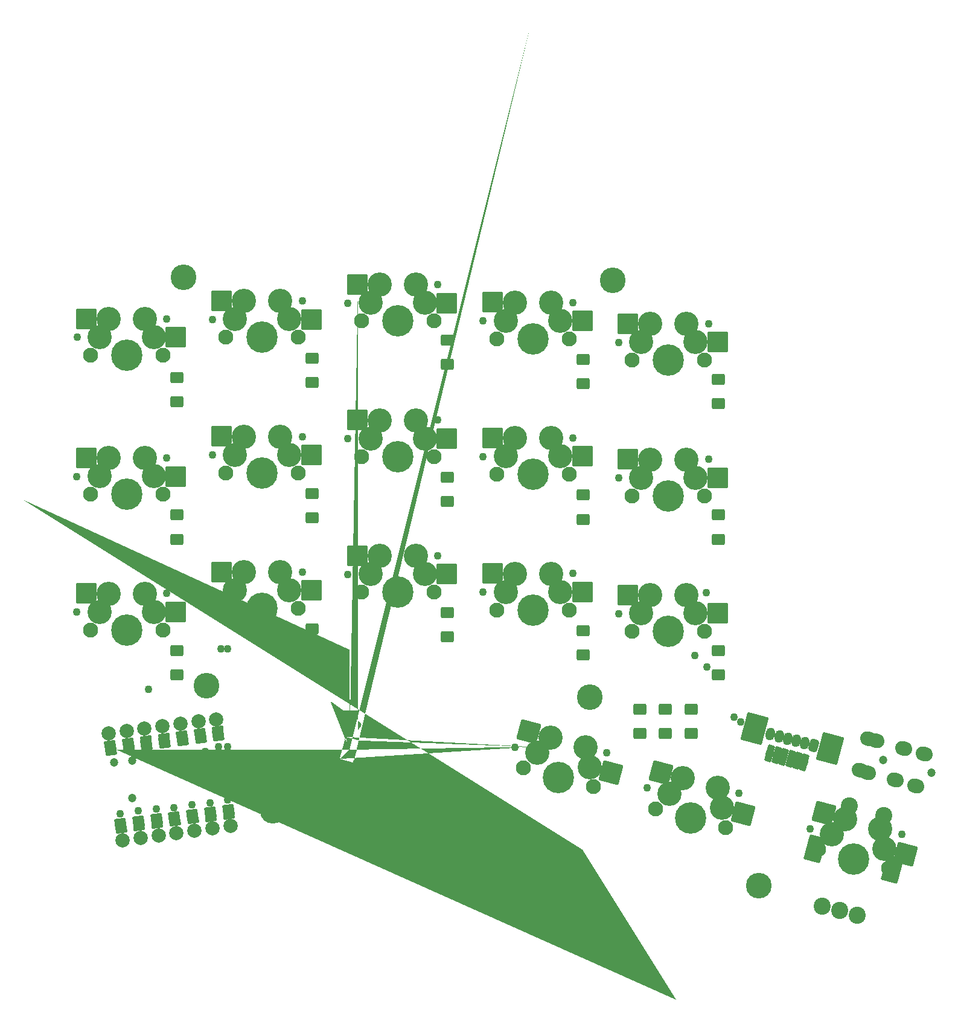
<source format=gts>
G04 #@! TF.GenerationSoftware,KiCad,Pcbnew,7.0.5*
G04 #@! TF.CreationDate,2024-01-08T16:38:30+08:00*
G04 #@! TF.ProjectId,awkb_v2_mx,61776b62-5f76-4325-9f6d-782e6b696361,rev?*
G04 #@! TF.SameCoordinates,Original*
G04 #@! TF.FileFunction,Soldermask,Top*
G04 #@! TF.FilePolarity,Negative*
%FSLAX46Y46*%
G04 Gerber Fmt 4.6, Leading zero omitted, Abs format (unit mm)*
G04 Created by KiCad (PCBNEW 7.0.5) date 2024-01-08 16:38:30*
%MOMM*%
%LPD*%
G01*
G04 APERTURE LIST*
G04 Aperture macros list*
%AMRoundRect*
0 Rectangle with rounded corners*
0 $1 Rounding radius*
0 $2 $3 $4 $5 $6 $7 $8 $9 X,Y pos of 4 corners*
0 Add a 4 corners polygon primitive as box body*
4,1,4,$2,$3,$4,$5,$6,$7,$8,$9,$2,$3,0*
0 Add four circle primitives for the rounded corners*
1,1,$1+$1,$2,$3*
1,1,$1+$1,$4,$5*
1,1,$1+$1,$6,$7*
1,1,$1+$1,$8,$9*
0 Add four rect primitives between the rounded corners*
20,1,$1+$1,$2,$3,$4,$5,0*
20,1,$1+$1,$4,$5,$6,$7,0*
20,1,$1+$1,$6,$7,$8,$9,0*
20,1,$1+$1,$8,$9,$2,$3,0*%
%AMHorizOval*
0 Thick line with rounded ends*
0 $1 width*
0 $2 $3 position (X,Y) of the first rounded end (center of the circle)*
0 $4 $5 position (X,Y) of the second rounded end (center of the circle)*
0 Add line between two ends*
20,1,$1,$2,$3,$4,$5,0*
0 Add two circle primitives to create the rounded ends*
1,1,$1,$2,$3*
1,1,$1,$4,$5*%
%AMFreePoly0*
4,1,37,1.246537,1.440756,1.265589,1.436966,1.337677,1.407108,1.353828,1.396317,1.409017,1.341128,1.419808,1.324977,1.449666,1.252889,1.453456,1.233837,1.457300,1.194816,1.457300,-0.746760,1.437494,-0.833537,1.398722,-0.888181,0.900881,-1.386021,0.825516,-1.433377,0.759460,-1.444600,-1.207516,-1.444600,-1.246537,-1.440756,-1.265589,-1.436966,-1.337677,-1.407108,-1.353828,-1.396317,
-1.409017,-1.341128,-1.419808,-1.324977,-1.449666,-1.252889,-1.453456,-1.233837,-1.457300,-1.194816,-1.457301,1.194816,-1.453456,1.233837,-1.449666,1.252889,-1.419808,1.324977,-1.409017,1.341128,-1.353828,1.396317,-1.337677,1.407108,-1.265589,1.436966,-1.246537,1.440756,-1.207516,1.444600,1.207516,1.444600,1.246537,1.440756,1.246537,1.440756,$1*%
%AMFreePoly1*
4,1,414,-2.663564,6.707050,-2.641221,6.706150,-2.627714,6.704682,-2.557310,6.692154,-2.496946,6.671026,-2.423852,6.631355,-2.413687,6.625023,-2.398814,6.614472,-2.158972,6.440888,-1.894926,6.250226,-1.604825,6.041150,-1.340970,5.851270,-1.340970,5.851269,-0.908659,5.540346,1.016000,5.540345,1.102777,5.520541,1.172366,5.465043,1.210986,5.384850,1.216000,5.340346,1.216000,4.009931,
1.299751,3.950054,1.397604,3.879440,1.472196,3.823385,1.475820,3.820528,1.531511,3.774507,1.538834,3.767818,1.574924,3.731412,1.599100,3.701843,1.617824,3.673864,1.642241,3.623128,1.650707,3.596451,1.659584,3.549979,1.661424,3.523819,1.657476,3.467890,1.643544,3.402871,1.621142,3.344696,1.575521,3.265763,1.570063,3.257327,1.474398,3.124598,1.474399,3.124598,
1.399655,3.020777,1.341070,2.939228,1.295956,2.876188,1.262955,2.829761,1.239581,2.796469,1.228629,2.780518,1.228382,2.778534,1.226098,2.749223,1.223899,2.705055,1.221971,2.645262,1.220353,2.568240,1.219044,2.472608,1.218021,2.356402,1.217250,2.217703,1.216700,2.054330,1.216701,2.054330,1.216336,1.864310,1.216122,1.646064,1.216022,1.397277,1.216000,1.156191,
1.216000,-0.508000,1.196194,-0.594777,1.140698,-0.664366,1.060504,-0.702986,1.016000,-0.708000,-1.300867,-0.708000,-1.317305,-0.721955,-1.374130,-0.762724,-1.456184,-0.797217,-1.462328,-0.798196,-1.521438,-0.806672,-1.610148,-0.799384,-1.618523,-0.796529,-1.683626,-0.772720,-1.726325,-0.750993,-1.765907,-0.724447,-1.770550,-0.721139,-1.786681,-0.708933,-4.832406,-0.708000,-4.919177,-0.688166,
-4.988750,-0.632650,-5.027344,-0.552444,-5.032345,-0.508064,-5.032395,-0.352086,-5.032421,-0.271829,-3.059387,-0.271830,-2.944889,-0.271615,-2.944888,-0.271615,-2.758679,-0.271042,-2.580739,-0.270256,-2.580738,-0.270256,-2.414939,-0.269261,-2.414940,-0.269261,-2.402157,-0.269159,-2.423194,-0.254061,-2.551428,-0.161856,-2.680405,-0.068976,-2.801942,0.018686,-2.907841,0.095225,-2.951636,0.126949,
-3.041522,0.192069,-3.054493,0.201448,-3.054493,-0.250384,-3.059387,-0.271830,-5.032421,-0.271829,-5.033035,1.627051,-5.116088,1.686225,-5.284226,1.806363,-5.425283,1.907915,-5.540186,1.991566,-5.630162,2.058240,-5.695871,2.108467,-5.698372,2.110442,-5.741778,2.145869,-5.747390,2.150809,-5.763238,2.165850,-5.804603,2.221793,-5.831146,2.275116,-5.852084,2.361626,-5.851576,2.378731,
-5.846892,2.443206,-5.827099,2.516549,-5.820642,2.529758,-5.788356,2.595805,-5.784989,2.601633,-4.580894,2.601633,-4.580837,2.458573,-4.580478,2.346570,-4.579555,2.262461,-4.577881,2.203736,-4.577285,2.194667,-4.548415,2.172831,-4.483289,2.124673,-4.404467,2.067194,-4.317291,2.004343,-4.304320,1.995049,-3.789717,1.626690,-3.693155,1.557418,-3.588658,1.482202,-3.493513,1.413516,
-3.493469,1.417579,-3.492215,1.570234,-3.491128,1.743282,-3.490225,1.934674,-3.489527,2.141404,-3.489052,2.361431,-3.488816,2.592405,-3.488794,2.690627,-3.488794,4.145613,-3.780439,4.145613,-3.797838,4.121466,-3.833847,4.071538,-3.884822,4.000919,-3.945645,3.916699,-4.011204,3.825953,-4.061105,3.756906,-4.138874,3.649180,-4.227667,3.525969,-4.318193,3.400180,-4.401743,3.283907,
-4.432523,3.241007,-4.580894,3.034101,-4.580894,2.601633,-5.784989,2.601633,-5.781445,2.607769,-5.775409,2.616730,-5.747746,2.656569,-5.702905,2.720059,-5.642947,2.804351,-5.569964,2.906530,-5.486213,3.023444,-5.393993,3.151881,-5.295612,3.288617,-5.193407,3.430389,-5.157803,3.479711,-5.032345,3.653438,-5.032345,4.562763,-3.478749,4.562763,-3.254493,4.562763,-3.167716,4.542957,
-3.098127,4.487461,-3.059507,4.407267,-3.054493,4.362825,-3.053482,1.095367,-2.755790,0.881825,-2.538863,0.726188,-2.348318,0.589414,-2.182662,0.470425,-2.040390,0.368136,-1.919993,0.281460,-1.830611,0.216986,-1.818379,1.744532,-1.390887,1.744532,-1.390887,0.872621,-1.390687,0.684777,-1.390113,0.507776,-1.389488,0.395984,-1.362208,0.434001,-1.282405,0.545014,-1.202983,0.655306,
-1.126858,0.760817,-1.056931,0.857505,-0.996121,0.941303,-0.964901,0.984151,-0.913707,1.054538,-0.851488,1.140514,-0.788030,1.228536,-0.750017,1.281458,-0.468879,1.673602,-0.418955,1.742967,-0.420240,1.742985,-0.587428,1.744095,-0.788602,1.744526,-0.788601,1.744526,-0.819150,1.744532,-1.390887,1.744532,-1.818379,1.744532,-1.816764,1.946135,-1.816608,1.965721,-1.796105,2.052336,
-1.740054,2.121479,-1.659553,2.159454,-1.617377,2.164117,-0.111097,2.169868,0.138817,2.516086,0.227450,2.638853,0.320064,2.767098,0.411852,2.894166,0.498011,3.013410,0.573742,3.118189,0.634535,3.202258,0.779387,3.402484,0.778132,3.427196,0.736528,3.458396,0.663454,3.512361,0.580098,3.572686,0.503228,3.627241,0.499236,3.630032,0.490935,3.635826,-0.332040,3.040808,
-0.491563,2.925814,-0.643339,2.817068,-0.784955,2.716258,-0.914136,2.624974,-1.028637,2.544784,-1.126312,2.477194,-1.205320,2.423507,-1.263590,2.385237,-1.267202,2.382973,-1.300050,2.363349,-1.335772,2.346546,-1.341637,2.344468,-1.430043,2.334129,-1.514180,2.363173,-1.549349,2.390986,-1.568831,2.410314,-1.575615,2.417759,-1.612287,2.462315,-1.614024,2.464486,-1.661873,2.526034,
-1.719812,2.602912,-1.784355,2.690558,-1.813064,2.730129,-1.897224,2.846653,-1.992502,2.978597,-2.090826,3.114777,-2.184002,3.243845,-2.251013,3.336686,-2.319043,3.430882,-2.402203,3.545922,-2.402202,3.545922,-2.495312,3.674648,-2.495313,3.674648,-2.593439,3.810237,-2.593438,3.810237,-2.691394,3.945522,-2.790634,4.082500,-2.879547,4.205244,-2.970969,4.331572,-3.060519,4.455420,
-3.143837,4.570758,-3.216578,4.671573,-3.274379,4.751822,-3.283113,4.763969,-3.308252,4.798680,-3.309485,4.796953,-3.367768,4.715859,-3.427376,4.633472,-3.478749,4.562763,-5.032345,4.562763,-5.032345,5.088893,-4.580894,5.088894,-4.580894,4.835834,-4.580509,4.692777,-4.579279,4.581848,-4.578828,4.564933,-4.530979,4.564588,-4.453634,4.565158,-4.384004,4.566788,-4.373602,4.567285,
-4.372294,4.568938,-4.320581,4.638596,-4.253334,4.732398,-4.221007,4.778279,-4.190391,4.821521,-4.144475,4.885859,-4.088149,4.964468,-4.026093,5.050817,-3.998998,5.088421,-4.071032,5.088758,-4.179382,5.088875,-2.969943,5.088875,-2.904744,4.998038,-2.807937,4.863599,-2.691454,4.702178,-2.555289,4.513770,-2.555289,4.513770,-2.399346,4.298241,-2.399346,4.298240,-2.223932,4.056015,
-2.191157,4.010778,-2.057824,3.826715,-1.942489,3.667405,-1.843008,3.529873,-1.757234,3.411137,-1.683021,3.308215,-1.618222,3.218130,-1.560700,3.137912,-1.508322,3.064603,-1.458972,2.995262,-1.414225,2.932165,-1.359497,2.855894,-1.355693,2.850744,-1.307082,2.885041,-1.205315,2.957385,-1.088324,3.041002,-0.958198,3.134408,-0.818136,3.235324,-0.818137,3.235325,-0.691009,3.327222,
-0.540362,3.436266,-0.395328,3.541212,-0.258867,3.639921,-0.133822,3.730337,-0.023033,3.810409,0.070663,3.878086,0.112494,3.908272,0.101072,3.916610,0.054852,3.950351,-0.046932,4.023566,-0.165523,4.108922,-0.291229,4.199442,-0.413710,4.287679,-0.507292,4.355131,-0.507291,4.355131,-0.608845,4.428321,-0.608843,4.428321,-0.729816,4.515456,-0.729816,4.515456,-0.861943,4.610589,
-0.996814,4.707660,-1.126055,4.800645,-1.193145,4.848896,-1.193144,4.848896,-1.526707,5.088757,-2.969943,5.088875,-4.179382,5.088875,-4.196977,5.088894,-4.580894,5.088894,-5.032345,5.088893,-5.032345,5.340346,-5.012538,5.427123,-4.957043,5.496712,-4.876849,5.535332,-4.832345,5.540346,-3.672979,5.540346,-3.671844,5.541921,-2.774877,5.541921,-2.654613,5.541104,-2.503084,5.540526,
-2.354041,5.540346,-2.192679,5.540502,-2.154401,5.540618,-2.179528,5.558770,-2.410073,5.725327,-2.472505,5.770435,-2.549554,5.824927,-2.563214,5.834142,-2.593747,5.792542,-2.653498,5.710414,-2.716249,5.623563,-2.774877,5.541921,-3.671844,5.541921,-3.451646,5.847456,-3.331591,6.014124,-3.229883,6.155310,-3.144709,6.273254,-3.074211,6.370242,-3.016438,6.448685,-2.969891,6.510352,
-2.968577,6.512055,-2.931280,6.559320,-2.928782,6.562361,-2.897756,6.598645,-2.892800,6.604029,-2.864383,6.632720,-2.854177,6.641712,-2.832303,6.658487,-2.792701,6.682153,-2.779068,6.688291,-2.724859,6.703967,-2.712337,6.705731,-2.677032,6.707549,-2.663564,6.707050,-2.663564,6.707050,$1*%
%AMFreePoly2*
4,1,22,0.106406,0.569345,0.141421,0.541421,0.741421,-0.058579,0.788777,-0.133944,0.800000,-0.200000,0.800000,-0.400000,0.780193,-0.486777,0.724698,-0.556366,0.644504,-0.594986,0.600000,-0.600000,-0.600000,-0.600000,-0.686777,-0.580194,-0.756366,-0.524698,-0.794986,-0.444504,-0.800000,-0.400000,-0.800000,-0.200000,-0.780194,-0.113223,-0.741421,-0.058579,-0.141421,0.541421,-0.066056,0.588777,
0.022393,0.598742,0.106406,0.569345,0.106406,0.569345,$1*%
%AMFreePoly3*
4,1,26,0.686777,0.430194,0.756366,0.374698,0.794986,0.294504,0.800000,0.250000,0.800000,-1.000000,0.780194,-1.086777,0.724698,-1.156366,0.644504,-1.194986,0.555496,-1.194986,0.475302,-1.156366,0.458579,-1.141421,0.000000,-0.682842,-0.458579,-1.141421,-0.533944,-1.188778,-0.622393,-1.198742,-0.706406,-1.169345,-0.769345,-1.106406,-0.798742,-1.022393,-0.800000,-1.000000,-0.800000,0.250000,
-0.780194,0.336777,-0.724699,0.406366,-0.644505,0.444986,-0.600000,0.450000,0.600000,0.450000,0.686777,0.430194,0.686777,0.430194,$1*%
G04 Aperture macros list end*
%ADD10C,0.100000*%
%ADD11RoundRect,0.200000X0.700000X-0.600000X0.700000X0.600000X-0.700000X0.600000X-0.700000X-0.600000X0*%
%ADD12RoundRect,0.200000X-0.700000X0.600000X-0.700000X-0.600000X0.700000X-0.600000X0.700000X0.600000X0*%
%ADD13C,3.600000*%
%ADD14C,2.100000*%
%ADD15C,3.400000*%
%ADD16C,4.400000*%
%ADD17FreePoly0,345.000000*%
%ADD18RoundRect,0.200000X-1.524314X-0.880063X0.880063X-1.524314X1.524314X0.880063X-0.880063X1.524314X0*%
%ADD19FreePoly0,0.000000*%
%ADD20RoundRect,0.200000X-1.244597X-1.244597X1.244597X-1.244597X1.244597X1.244597X-1.244597X1.244597X0*%
%ADD21RoundRect,0.200000X0.553426X0.886986X-0.035788X1.044866X-0.553426X-0.886986X0.035788X-1.044866X0*%
%ADD22RoundRect,0.200000X1.760215X1.391849X-0.828466X2.085484X-1.760215X-1.391849X0.828466X-2.085484X0*%
%ADD23FreePoly1,35.000000*%
%ADD24C,1.200000*%
%ADD25HorizOval,2.000000X-0.193185X0.051764X0.193185X-0.051764X0*%
%ADD26C,2.400000*%
%ADD27RoundRect,0.200000X0.551815X-1.804300X1.380036X1.286662X-0.551815X1.804300X-1.380036X-1.286662X0*%
%ADD28C,2.000000*%
%ADD29FreePoly2,187.500000*%
%ADD30FreePoly2,7.500000*%
%ADD31FreePoly3,187.500000*%
%ADD32FreePoly3,7.500000*%
%ADD33RoundRect,0.425000X0.340272X0.400580X-0.094394X0.517049X-0.340272X-0.400580X0.094394X-0.517049X0*%
%ADD34HorizOval,1.300000X0.064705X0.241481X-0.064705X-0.241481X0*%
%ADD35C,1.100000*%
G04 APERTURE END LIST*
D10*
X112750790Y-125999587D02*
X111743483Y-126132202D01*
X111610868Y-125124894D01*
X112618176Y-124992279D01*
X112750790Y-125999587D01*
G36*
X112750790Y-125999587D02*
G01*
X111743483Y-126132202D01*
X111610868Y-125124894D01*
X112618176Y-124992279D01*
X112750790Y-125999587D01*
G37*
X110232521Y-126331124D02*
X109225213Y-126463738D01*
X109092598Y-125456430D01*
X110099906Y-125323816D01*
X110232521Y-126331124D01*
G36*
X110232521Y-126331124D02*
G01*
X109225213Y-126463738D01*
X109092598Y-125456430D01*
X110099906Y-125323816D01*
X110232521Y-126331124D01*
G37*
X107714251Y-126662660D02*
X106706943Y-126795275D01*
X106574328Y-125787967D01*
X107581636Y-125655352D01*
X107714251Y-126662660D01*
G36*
X107714251Y-126662660D02*
G01*
X106706943Y-126795275D01*
X106574328Y-125787967D01*
X107581636Y-125655352D01*
X107714251Y-126662660D01*
G37*
X105195981Y-126994197D02*
X104188673Y-127126811D01*
X104056058Y-126119503D01*
X105063366Y-125986889D01*
X105195981Y-126994197D01*
G36*
X105195981Y-126994197D02*
G01*
X104188673Y-127126811D01*
X104056058Y-126119503D01*
X105063366Y-125986889D01*
X105195981Y-126994197D01*
G37*
X102677711Y-127325733D02*
X101670403Y-127458348D01*
X101537788Y-126451040D01*
X102545096Y-126318425D01*
X102677711Y-127325733D01*
G36*
X102677711Y-127325733D02*
G01*
X101670403Y-127458348D01*
X101537788Y-126451040D01*
X102545096Y-126318425D01*
X102677711Y-127325733D01*
G37*
X100159441Y-127657270D02*
X99152133Y-127789884D01*
X99019518Y-126782576D01*
X100026826Y-126649962D01*
X100159441Y-127657270D01*
G36*
X100159441Y-127657270D02*
G01*
X99152133Y-127789884D01*
X99019518Y-126782576D01*
X100026826Y-126649962D01*
X100159441Y-127657270D01*
G37*
X97641171Y-127988806D02*
X96633863Y-128121421D01*
X96501248Y-127114113D01*
X97508556Y-126981498D01*
X97641171Y-127988806D01*
G36*
X97641171Y-127988806D02*
G01*
X96633863Y-128121421D01*
X96501248Y-127114113D01*
X97508556Y-126981498D01*
X97641171Y-127988806D01*
G37*
X114236074Y-137281437D02*
X113228766Y-137414051D01*
X113096152Y-136406743D01*
X114103460Y-136274129D01*
X114236074Y-137281437D01*
G36*
X114236074Y-137281437D02*
G01*
X113228766Y-137414051D01*
X113096152Y-136406743D01*
X114103460Y-136274129D01*
X114236074Y-137281437D01*
G37*
X111717804Y-137612973D02*
X110710496Y-137745588D01*
X110577882Y-136738280D01*
X111585190Y-136605665D01*
X111717804Y-137612973D01*
G36*
X111717804Y-137612973D02*
G01*
X110710496Y-137745588D01*
X110577882Y-136738280D01*
X111585190Y-136605665D01*
X111717804Y-137612973D01*
G37*
X109199534Y-137944510D02*
X108192226Y-138077124D01*
X108059612Y-137069816D01*
X109066920Y-136937202D01*
X109199534Y-137944510D01*
G36*
X109199534Y-137944510D02*
G01*
X108192226Y-138077124D01*
X108059612Y-137069816D01*
X109066920Y-136937202D01*
X109199534Y-137944510D01*
G37*
X106681264Y-138276046D02*
X105673956Y-138408661D01*
X105541342Y-137401353D01*
X106548650Y-137268738D01*
X106681264Y-138276046D01*
G36*
X106681264Y-138276046D02*
G01*
X105673956Y-138408661D01*
X105541342Y-137401353D01*
X106548650Y-137268738D01*
X106681264Y-138276046D01*
G37*
X104162994Y-138607583D02*
X103155686Y-138740197D01*
X103023072Y-137732889D01*
X104030380Y-137600275D01*
X104162994Y-138607583D01*
G36*
X104162994Y-138607583D02*
G01*
X103155686Y-138740197D01*
X103023072Y-137732889D01*
X104030380Y-137600275D01*
X104162994Y-138607583D01*
G37*
X101644724Y-138939119D02*
X100637416Y-139071734D01*
X100504802Y-138064426D01*
X101512110Y-137931811D01*
X101644724Y-138939119D01*
G36*
X101644724Y-138939119D02*
G01*
X100637416Y-139071734D01*
X100504802Y-138064426D01*
X101512110Y-137931811D01*
X101644724Y-138939119D01*
G37*
X99126454Y-139270656D02*
X98119146Y-139403270D01*
X97986532Y-138395962D01*
X98993840Y-138263348D01*
X99126454Y-139270656D01*
G36*
X99126454Y-139270656D02*
G01*
X98119146Y-139403270D01*
X97986532Y-138395962D01*
X98993840Y-138263348D01*
X99126454Y-139270656D01*
G37*
D11*
X182367650Y-98485194D03*
X182367650Y-95085194D03*
D12*
X163367952Y-92284794D03*
X163367952Y-95684794D03*
X125368352Y-111084594D03*
X125368352Y-114484594D03*
D13*
X188067152Y-147042794D03*
D11*
X171314152Y-125706794D03*
X171314152Y-122306794D03*
D13*
X164318152Y-120626794D03*
D14*
X173589152Y-136247794D03*
D15*
X175473278Y-134123042D03*
X177357404Y-131998291D03*
D16*
X178496055Y-137562595D03*
D15*
X182264307Y-133313092D03*
X182833633Y-136095244D03*
D14*
X183402958Y-138877396D03*
D17*
X174333965Y-131161867D03*
D18*
X185820845Y-136921964D03*
D12*
X163367952Y-111285194D03*
X163367952Y-114685194D03*
D11*
X144367752Y-112184794D03*
X144367752Y-108784794D03*
X182367650Y-79485394D03*
X182367650Y-76085394D03*
D14*
X151287952Y-70384834D03*
D15*
X152557952Y-67844833D03*
X153827952Y-65304834D03*
D16*
X156367952Y-70384834D03*
D15*
X158907952Y-65304834D03*
X160177952Y-67844834D03*
D14*
X161447952Y-70384834D03*
D19*
X150691052Y-65279434D03*
D20*
X163277348Y-67870237D03*
D14*
X151287952Y-89384794D03*
D15*
X152557952Y-86844793D03*
X153827952Y-84304794D03*
D16*
X156367952Y-89384794D03*
D15*
X158907952Y-84304794D03*
X160177952Y-86844794D03*
D14*
X161447952Y-89384794D03*
D19*
X150691052Y-84279394D03*
D20*
X163277348Y-86870197D03*
D11*
X144367752Y-73984634D03*
X144367752Y-70584634D03*
D12*
X125368352Y-92084994D03*
X125368352Y-95484994D03*
D14*
X155035527Y-130550933D03*
D15*
X156919653Y-128426181D03*
X158803779Y-126301430D03*
D16*
X159942430Y-131865734D03*
D15*
X163710682Y-127616231D03*
X164280008Y-130398383D03*
D14*
X164849333Y-133180535D03*
D17*
X155780340Y-125465006D03*
D18*
X167267220Y-131225103D03*
D14*
X151287952Y-108385194D03*
D15*
X152557952Y-105845193D03*
X153827952Y-103305194D03*
D16*
X156367952Y-108385194D03*
D15*
X158907952Y-103305194D03*
X160177952Y-105845194D03*
D14*
X161447952Y-108385194D03*
D19*
X150691052Y-103279794D03*
D20*
X163277348Y-105870597D03*
D11*
X182367650Y-117485194D03*
X182367650Y-114085194D03*
X106368152Y-79184994D03*
X106368152Y-75784994D03*
D14*
X94288152Y-72684994D03*
D15*
X95558152Y-70144993D03*
X96828152Y-67604994D03*
D16*
X99368152Y-72684994D03*
D15*
X101908152Y-67604994D03*
X103178152Y-70144994D03*
D14*
X104448152Y-72684994D03*
D19*
X93691252Y-67579594D03*
D20*
X106277548Y-70170397D03*
D14*
X170287650Y-92385194D03*
D15*
X171557650Y-89845193D03*
X172827650Y-87305194D03*
D16*
X175367650Y-92385194D03*
D15*
X177907650Y-87305194D03*
X179177650Y-89845194D03*
D14*
X180447650Y-92385194D03*
D19*
X169690750Y-87279794D03*
D20*
X182277046Y-89870597D03*
D11*
X144367752Y-93184594D03*
X144367752Y-89784594D03*
D14*
X170287650Y-73385394D03*
D15*
X171557650Y-70845393D03*
X172827650Y-68305394D03*
D16*
X175367650Y-73385394D03*
D15*
X177907650Y-68305394D03*
X179177650Y-70845394D03*
D14*
X180447650Y-73385394D03*
D19*
X169690750Y-68279994D03*
D20*
X182277046Y-70870797D03*
D12*
X125368352Y-73085394D03*
X125368352Y-76485394D03*
D11*
X174928152Y-125706794D03*
X174928152Y-122306794D03*
D21*
X194417152Y-129770794D03*
X193451226Y-129511975D03*
X192485301Y-129253156D03*
X191519375Y-128994337D03*
X190553449Y-128735518D03*
X189587523Y-128476699D03*
D22*
X198029964Y-127840071D03*
X187424098Y-124998238D03*
D14*
X94288152Y-111184794D03*
D15*
X95558152Y-108644793D03*
X96828152Y-106104794D03*
D16*
X99368152Y-111184794D03*
D15*
X101908152Y-106104794D03*
X103178152Y-108644794D03*
D14*
X104448152Y-111184794D03*
D19*
X93691252Y-106079394D03*
D20*
X106277548Y-108670197D03*
D11*
X178542152Y-125706794D03*
X178542152Y-122306794D03*
D13*
X110597152Y-118975794D03*
D14*
X113288352Y-108184594D03*
D15*
X114558352Y-105644593D03*
X115828352Y-103104594D03*
D16*
X118368352Y-108184594D03*
D15*
X120908352Y-103104594D03*
X122178352Y-105644594D03*
D14*
X123448352Y-108184594D03*
D19*
X112691452Y-103079194D03*
D20*
X125277748Y-105669997D03*
D14*
X196407926Y-141977921D03*
D15*
X198292052Y-139853169D03*
X200176178Y-137728418D03*
D16*
X201314829Y-143292722D03*
D15*
X205083081Y-139043219D03*
X205652407Y-141825371D03*
D14*
X206221732Y-144607523D03*
D17*
X197152739Y-136891994D03*
D18*
X208639619Y-142652091D03*
D23*
X130631530Y-127949309D03*
D14*
X113288352Y-70185394D03*
D15*
X114558352Y-67645393D03*
X115828352Y-65105394D03*
D16*
X118368352Y-70185394D03*
D15*
X120908352Y-65105394D03*
X122178352Y-67645394D03*
D14*
X123448352Y-70185394D03*
D19*
X112691452Y-65079994D03*
D20*
X125277748Y-67670797D03*
D13*
X167569179Y-62196750D03*
D14*
X94288152Y-92184394D03*
D15*
X95558152Y-89644393D03*
X96828152Y-87104394D03*
D16*
X99368152Y-92184394D03*
D15*
X101908152Y-87104394D03*
X103178152Y-89644394D03*
D14*
X104448152Y-92184394D03*
D19*
X93691252Y-87078994D03*
D20*
X106277548Y-89669797D03*
D14*
X132287752Y-67884634D03*
D15*
X133557752Y-65344633D03*
X134827752Y-62804634D03*
D16*
X137367752Y-67884634D03*
D15*
X139907752Y-62804634D03*
X141177752Y-65344634D03*
D14*
X142447752Y-67884634D03*
D19*
X131690852Y-62779234D03*
D20*
X144277148Y-65370037D03*
D24*
X212207559Y-131219999D03*
X205446078Y-129408265D03*
D25*
X204484326Y-126738371D03*
X203305313Y-131215784D03*
X208348030Y-127773647D03*
X207169016Y-132251060D03*
X211245807Y-128550104D03*
X210066794Y-133027517D03*
X203433362Y-126487824D03*
X202231240Y-130896929D03*
D11*
X106368152Y-117484794D03*
X106368152Y-114084794D03*
D13*
X107320552Y-61749594D03*
X119893552Y-136527194D03*
D14*
X170287650Y-111385194D03*
D15*
X171557650Y-108845193D03*
X172827650Y-106305194D03*
D16*
X175367650Y-111385194D03*
D15*
X177907650Y-106305194D03*
X179177650Y-108845194D03*
D14*
X180447650Y-111385194D03*
D19*
X169690750Y-106279794D03*
D20*
X182277046Y-108870597D03*
D14*
X132287752Y-105884794D03*
D15*
X133557752Y-103344793D03*
X134827752Y-100804794D03*
D16*
X137367752Y-105884794D03*
D15*
X139907752Y-100804794D03*
X141177752Y-103344794D03*
D14*
X142447752Y-105884794D03*
D19*
X131690852Y-100779394D03*
D20*
X144277148Y-103370197D03*
D26*
X196958872Y-149890118D03*
X201788501Y-151184213D03*
X199373686Y-150537166D03*
D27*
X206724014Y-144742109D03*
X195905644Y-141843335D03*
D26*
X205541377Y-137178289D03*
X200711748Y-135884194D03*
D14*
X132287752Y-86884594D03*
D15*
X133557752Y-84344593D03*
X134827752Y-81804594D03*
D16*
X137367752Y-86884594D03*
D15*
X139907752Y-81804594D03*
X141177752Y-84344594D03*
D14*
X142447752Y-86884594D03*
D19*
X131690852Y-81779194D03*
D20*
X144277148Y-84369997D03*
D11*
X106368152Y-98484394D03*
X106368152Y-95084394D03*
D12*
X163367952Y-73284834D03*
X163367952Y-76684834D03*
D14*
X113288352Y-89184994D03*
D15*
X114558352Y-86644993D03*
X115828352Y-84104994D03*
D16*
X118368352Y-89184994D03*
D15*
X120908352Y-84104994D03*
X122178352Y-86644994D03*
D14*
X123448352Y-89184994D03*
D19*
X112691452Y-84079594D03*
D20*
X125277748Y-86670397D03*
D28*
X111936850Y-123709032D03*
X109418580Y-124040568D03*
X106900310Y-124372105D03*
X104382040Y-124703641D03*
X101863770Y-125035178D03*
X99345500Y-125366714D03*
X96827230Y-125698251D03*
D29*
X112147676Y-125310414D03*
X109629406Y-125641950D03*
X107111136Y-125973487D03*
X104592866Y-126305023D03*
X102074596Y-126636560D03*
X99556326Y-126968096D03*
X97038056Y-127299633D03*
D30*
X113699266Y-137095917D03*
X111180997Y-137427453D03*
X108662727Y-137758990D03*
X106144457Y-138090526D03*
X103626187Y-138422063D03*
X101107917Y-138753600D03*
X98589647Y-139085136D03*
D28*
X113908135Y-138682427D03*
X111389865Y-139013963D03*
X108871595Y-139345500D03*
X106353325Y-139677037D03*
X103835055Y-140008573D03*
X101316785Y-140340110D03*
X98798515Y-140671646D03*
D31*
X97170670Y-128306941D03*
X99688940Y-127975404D03*
X102207210Y-127643868D03*
X104725480Y-127312331D03*
X107243750Y-126980795D03*
X109762020Y-126649258D03*
X112280290Y-126317722D03*
D32*
X113566652Y-136088609D03*
X111048382Y-136420145D03*
X108530112Y-136751682D03*
X106011842Y-137083219D03*
X103493572Y-137414755D03*
X100975302Y-137746292D03*
X98457032Y-138077828D03*
D33*
X195699771Y-127398807D03*
D34*
X194492364Y-127075283D03*
X193284956Y-126751759D03*
X192077549Y-126428236D03*
X190870142Y-126104712D03*
X189662735Y-125781188D03*
D35*
X98457850Y-136947982D03*
X100975302Y-136542400D03*
X103501100Y-136288400D03*
X102471500Y-119509194D03*
X92458756Y-70170397D03*
X130370052Y-65395434D03*
X168369950Y-70896194D03*
D24*
X100184869Y-134713600D03*
X194417152Y-129770794D03*
X100184869Y-129495931D03*
D35*
X111370652Y-67696194D03*
X104978752Y-106085394D03*
X111370652Y-105695394D03*
X106004656Y-136122144D03*
X111370652Y-86695794D03*
X104978752Y-67585594D03*
X104978752Y-87084994D03*
X112586308Y-113810094D03*
X149370252Y-86895594D03*
X149370252Y-67895634D03*
X108530800Y-135678800D03*
X149370252Y-105895994D03*
X142978352Y-100785394D03*
X142978352Y-81785194D03*
X142978352Y-62785234D03*
X180978250Y-68285994D03*
X113543552Y-113810094D03*
X111038863Y-135456737D03*
X180644624Y-105952168D03*
X180978250Y-87285794D03*
X153827423Y-127650213D03*
X179050152Y-114759694D03*
X180707752Y-116417294D03*
X195199822Y-139077201D03*
X172381048Y-133347074D03*
X113560000Y-135018400D03*
X113560000Y-127597432D03*
X123978952Y-65085994D03*
X161978552Y-65285434D03*
X166681675Y-128392222D03*
X193451226Y-129511975D03*
X107815283Y-128506217D03*
X208054074Y-139819210D03*
X112848800Y-131206494D03*
X185527152Y-124055794D03*
X112280290Y-127578394D03*
X190553449Y-128735518D03*
D24*
X97608800Y-129786000D03*
X189587523Y-128476699D03*
X102701972Y-129163228D03*
D35*
X123978952Y-103085194D03*
X130370052Y-103395594D03*
X168369950Y-108895994D03*
X92370452Y-108695594D03*
X161978552Y-103285794D03*
X92370452Y-89695194D03*
X123978952Y-84085594D03*
X130370052Y-84395394D03*
X161978552Y-84285394D03*
X168369950Y-89895994D03*
X185235300Y-134089083D03*
X110359600Y-129596900D03*
X192485300Y-129253156D03*
X110364837Y-128205963D03*
X191519374Y-128994337D03*
X184561952Y-123381294D03*
X105279600Y-128820800D03*
M02*

</source>
